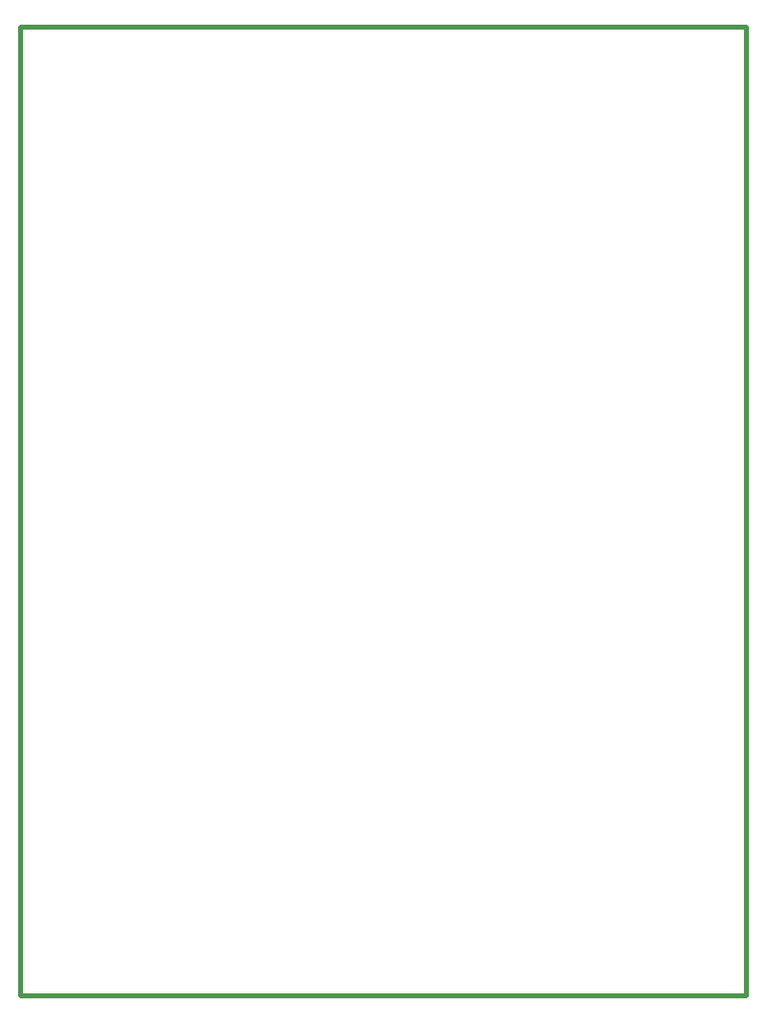
<source format=gko>
G04*
G04 #@! TF.GenerationSoftware,Altium Limited,Altium Designer,22.9.1 (49)*
G04*
G04 Layer_Color=16711935*
%FSLAX44Y44*%
%MOMM*%
G71*
G04*
G04 #@! TF.SameCoordinates,0914E3C7-33D6-4C2E-B1A8-6EB065383EFC*
G04*
G04*
G04 #@! TF.FilePolarity,Positive*
G04*
G01*
G75*
%ADD14C,0.5080*%
D14*
X0Y0D02*
Y997020D01*
X746760D01*
Y0D02*
Y997020D01*
X0Y0D02*
X746760D01*
M02*

</source>
